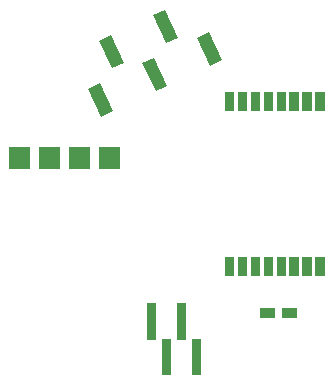
<source format=gts>
G04 #@! TF.GenerationSoftware,KiCad,Pcbnew,5.0.2-bee76a0~70~ubuntu18.04.1*
G04 #@! TF.CreationDate,2018-12-20T12:23:35+01:00*
G04 #@! TF.ProjectId,temp_hum,74656d70-5f68-4756-9d2e-6b696361645f,rev?*
G04 #@! TF.SameCoordinates,Original*
G04 #@! TF.FileFunction,Soldermask,Top*
G04 #@! TF.FilePolarity,Negative*
%FSLAX46Y46*%
G04 Gerber Fmt 4.6, Leading zero omitted, Abs format (unit mm)*
G04 Created by KiCad (PCBNEW 5.0.2-bee76a0~70~ubuntu18.04.1) date tor 20 dec 2018 12:23:35*
%MOMM*%
%LPD*%
G01*
G04 APERTURE LIST*
%ADD10C,0.100000*%
G04 APERTURE END LIST*
D10*
G36*
X138425000Y-70449900D02*
X137673000Y-70449900D01*
X137673000Y-67347900D01*
X138425000Y-67347900D01*
X138425000Y-70449900D01*
X138425000Y-70449900D01*
G37*
G36*
X135885000Y-70449900D02*
X135133000Y-70449900D01*
X135133000Y-67347900D01*
X135885000Y-67347900D01*
X135885000Y-70449900D01*
X135885000Y-70449900D01*
G37*
G36*
X134615000Y-67449900D02*
X133863000Y-67449900D01*
X133863000Y-64347900D01*
X134615000Y-64347900D01*
X134615000Y-67449900D01*
X134615000Y-67449900D01*
G37*
G36*
X137155000Y-67449900D02*
X136403000Y-67449900D01*
X136403000Y-64347900D01*
X137155000Y-64347900D01*
X137155000Y-67449900D01*
X137155000Y-67449900D01*
G37*
G36*
X146574000Y-65577000D02*
X145272000Y-65577000D01*
X145272000Y-64725000D01*
X146574000Y-64725000D01*
X146574000Y-65577000D01*
X146574000Y-65577000D01*
G37*
G36*
X144674000Y-65577000D02*
X143372000Y-65577000D01*
X143372000Y-64725000D01*
X144674000Y-64725000D01*
X144674000Y-65577000D01*
X144674000Y-65577000D01*
G37*
G36*
X141200070Y-62042240D02*
X140399570Y-62042240D01*
X140399570Y-60441640D01*
X141200070Y-60441640D01*
X141200070Y-62042240D01*
X141200070Y-62042240D01*
G37*
G36*
X142299890Y-62042240D02*
X141499390Y-62042240D01*
X141499390Y-60441640D01*
X142299890Y-60441640D01*
X142299890Y-62042240D01*
X142299890Y-62042240D01*
G37*
G36*
X143399710Y-62042240D02*
X142599210Y-62042240D01*
X142599210Y-60441640D01*
X143399710Y-60441640D01*
X143399710Y-62042240D01*
X143399710Y-62042240D01*
G37*
G36*
X144499530Y-62042240D02*
X143699030Y-62042240D01*
X143699030Y-60441640D01*
X144499530Y-60441640D01*
X144499530Y-62042240D01*
X144499530Y-62042240D01*
G37*
G36*
X145599350Y-62042240D02*
X144798850Y-62042240D01*
X144798850Y-60441640D01*
X145599350Y-60441640D01*
X145599350Y-62042240D01*
X145599350Y-62042240D01*
G37*
G36*
X146699170Y-62042240D02*
X145898670Y-62042240D01*
X145898670Y-60441640D01*
X146699170Y-60441640D01*
X146699170Y-62042240D01*
X146699170Y-62042240D01*
G37*
G36*
X147798990Y-62042240D02*
X146998490Y-62042240D01*
X146998490Y-60441640D01*
X147798990Y-60441640D01*
X147798990Y-62042240D01*
X147798990Y-62042240D01*
G37*
G36*
X148898810Y-62042240D02*
X148098310Y-62042240D01*
X148098310Y-60441640D01*
X148898810Y-60441640D01*
X148898810Y-62042240D01*
X148898810Y-62042240D01*
G37*
G36*
X128993200Y-52958300D02*
X127191200Y-52958300D01*
X127191200Y-51156300D01*
X128993200Y-51156300D01*
X128993200Y-52958300D01*
X128993200Y-52958300D01*
G37*
G36*
X123913200Y-52958300D02*
X122111200Y-52958300D01*
X122111200Y-51156300D01*
X123913200Y-51156300D01*
X123913200Y-52958300D01*
X123913200Y-52958300D01*
G37*
G36*
X126453200Y-52958300D02*
X124651200Y-52958300D01*
X124651200Y-51156300D01*
X126453200Y-51156300D01*
X126453200Y-52958300D01*
X126453200Y-52958300D01*
G37*
G36*
X131533200Y-52958300D02*
X129731200Y-52958300D01*
X129731200Y-51156300D01*
X131533200Y-51156300D01*
X131533200Y-52958300D01*
X131533200Y-52958300D01*
G37*
G36*
X130951906Y-48084243D02*
X129953154Y-48549969D01*
X128849274Y-46182693D01*
X129848026Y-45716967D01*
X130951906Y-48084243D01*
X130951906Y-48084243D01*
G37*
G36*
X143399710Y-48044300D02*
X142599210Y-48044300D01*
X142599210Y-46443700D01*
X143399710Y-46443700D01*
X143399710Y-48044300D01*
X143399710Y-48044300D01*
G37*
G36*
X148898810Y-48044300D02*
X148098310Y-48044300D01*
X148098310Y-46443700D01*
X148898810Y-46443700D01*
X148898810Y-48044300D01*
X148898810Y-48044300D01*
G37*
G36*
X147798990Y-48044300D02*
X146998490Y-48044300D01*
X146998490Y-46443700D01*
X147798990Y-46443700D01*
X147798990Y-48044300D01*
X147798990Y-48044300D01*
G37*
G36*
X146699170Y-48044300D02*
X145898670Y-48044300D01*
X145898670Y-46443700D01*
X146699170Y-46443700D01*
X146699170Y-48044300D01*
X146699170Y-48044300D01*
G37*
G36*
X145599350Y-48044300D02*
X144798850Y-48044300D01*
X144798850Y-46443700D01*
X145599350Y-46443700D01*
X145599350Y-48044300D01*
X145599350Y-48044300D01*
G37*
G36*
X144499530Y-48044300D02*
X143699030Y-48044300D01*
X143699030Y-46443700D01*
X144499530Y-46443700D01*
X144499530Y-48044300D01*
X144499530Y-48044300D01*
G37*
G36*
X142299890Y-48044300D02*
X141499390Y-48044300D01*
X141499390Y-46443700D01*
X142299890Y-46443700D01*
X142299890Y-48044300D01*
X142299890Y-48044300D01*
G37*
G36*
X141200070Y-48044300D02*
X140399570Y-48044300D01*
X140399570Y-46443700D01*
X141200070Y-46443700D01*
X141200070Y-48044300D01*
X141200070Y-48044300D01*
G37*
G36*
X135555949Y-45937342D02*
X134557197Y-46403068D01*
X133453317Y-44035792D01*
X134452069Y-43570066D01*
X135555949Y-45937342D01*
X135555949Y-45937342D01*
G37*
G36*
X131855061Y-44010914D02*
X130856309Y-44476640D01*
X129752429Y-42109364D01*
X130751181Y-41643638D01*
X131855061Y-44010914D01*
X131855061Y-44010914D01*
G37*
G36*
X140159993Y-43790442D02*
X139161241Y-44256168D01*
X138057361Y-41888892D01*
X139056113Y-41423166D01*
X140159993Y-43790442D01*
X140159993Y-43790442D01*
G37*
G36*
X136459105Y-41864013D02*
X135460353Y-42329739D01*
X134356473Y-39962463D01*
X135355225Y-39496737D01*
X136459105Y-41864013D01*
X136459105Y-41864013D01*
G37*
M02*

</source>
